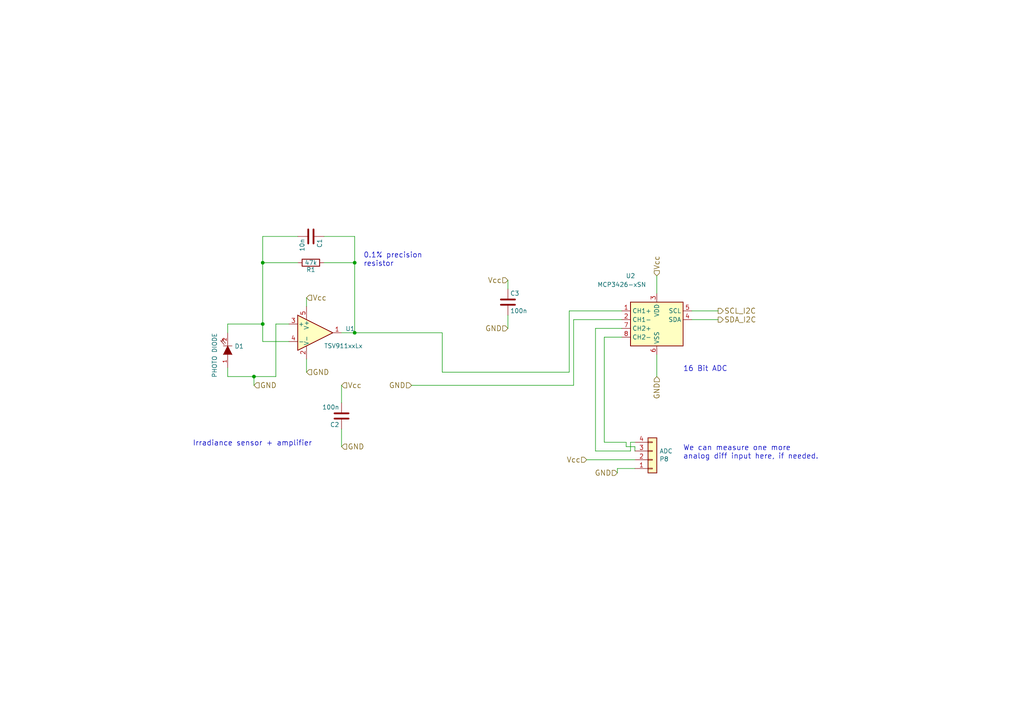
<source format=kicad_sch>
(kicad_sch (version 20250114) (generator "eeschema") (generator_version "9.0")
  (paper "A4")
  (lib_symbols
    (symbol "Amplifier_Operational:TSV911xxLx" (pin_names (offset 0.127))
      (property "Reference" "U" (at -1.27 6.35 0))
      (property "Value" "Amplifier_Operational_TSV911xxLx" (at -1.27 3.81 0))
      (symbol "TSV911xxLx_0_1"
        (polyline (pts (xy -5.08 5.08) (xy 5.08 0) (xy -5.08 -5.08) (xy -5.08 5.08)) (stroke (width 0.254)) (fill (type background)))
        (pin power_in line (at -2.54 7.62 270) (length 3.81) (name "V+") (number "5"))
        (pin power_in line (at -2.54 -7.62 90) (length 3.81) (name "V-") (number "2"))
      )
      (symbol "TSV911xxLx_1_1"
        (pin input line (at -7.62 2.54 0) (length 2.54) (name "+") (number "3"))
        (pin input line (at -7.62 -2.54 0) (length 2.54) (name "-") (number "4"))
        (pin output line (at 7.62 0 180) (length 2.54) (name "~") (number "1"))
      )
    )
    (symbol "Analog_ADC:MCP3426-xSN"
      (property "Reference" "U" (at -3.81 8.89 0))
      (property "Value" "Analog_ADC_MCP3426-xSN" (at 2.54 8.89 0))
      (symbol "MCP3426-xSN_0_1"
        (rectangle (start -7.62 7.62) (end 7.62 -5.08) (stroke (width 0.254)) (fill (type background)))
      )
      (symbol "MCP3426-xSN_1_1"
        (pin input line (at -10.16 5.08 0) (length 2.54) (name "CH1+") (number "1"))
        (pin input line (at -10.16 2.54 0) (length 2.54) (name "CH1-") (number "2"))
        (pin input line (at -10.16 0 0) (length 2.54) (name "CH2+") (number "7"))
        (pin input line (at -10.16 -2.54 0) (length 2.54) (name "CH2-") (number "8"))
        (pin power_in line (at 0 10.16 270) (length 2.54) (name "VDD") (number "3"))
        (pin power_in line (at 0 -7.62 90) (length 2.54) (name "VSS") (number "6"))
        (pin input line (at 10.16 5.08 180) (length 2.54) (name "SCL") (number "5"))
        (pin bidirectional line (at 10.16 2.54 180) (length 2.54) (name "SDA") (number "4"))
      )
    )
    (symbol "Connector_Generic:Conn_01x04" (pin_names (offset 1.016) (hide yes))
      (property "Reference" "J" (at 0 5.08 0))
      (property "Value" "Conn_01x04" (at 0 -7.62 0))
      (symbol "Conn_01x04_1_1"
        (rectangle (start -1.27 3.81) (end 1.27 -6.35) (stroke (width 0.254)) (fill (type background)))
        (rectangle (start -1.27 2.667) (end 0 2.413) (stroke (width 0.1524)))
        (rectangle (start -1.27 0.127) (end 0 -0.127) (stroke (width 0.1524)))
        (rectangle (start -1.27 -2.413) (end 0 -2.667) (stroke (width 0.1524)))
        (rectangle (start -1.27 -4.953) (end 0 -5.207) (stroke (width 0.1524)))
        (pin passive line (at -5.08 2.54 0) (length 3.81) (name "Pin_1") (number "1"))
        (pin passive line (at -5.08 0 0) (length 3.81) (name "Pin_2") (number "2"))
        (pin passive line (at -5.08 -2.54 0) (length 3.81) (name "Pin_3") (number "3"))
        (pin passive line (at -5.08 -5.08 0) (length 3.81) (name "Pin_4") (number "4"))
      )
    )
    (symbol "device:C" (pin_numbers (hide yes)) (pin_names (offset 0.254))
      (property "Reference" "C" (at 0.635 2.54 0))
      (property "Value" "device_C" (at 0.635 -2.54 0))
      (symbol "C_0_1"
        (polyline (pts (xy -2.032 0.762) (xy 2.032 0.762)) (stroke (width 0.508)))
        (polyline (pts (xy -2.032 -0.762) (xy 2.032 -0.762)) (stroke (width 0.508)))
      )
      (symbol "C_1_1"
        (pin passive line (at 0 3.81 270) (length 2.794) (name "~") (number "1"))
        (pin passive line (at 0 -3.81 90) (length 2.794) (name "~") (number "2"))
      )
    )
    (symbol "device:R" (pin_numbers (hide yes)) (pin_names (offset 0))
      (property "Reference" "R" (at 2.032 0 90))
      (property "Value" "device_R" (at 0 0 90))
      (symbol "R_0_1"
        (rectangle (start -1.016 -2.54) (end 1.016 2.54) (stroke (width 0.254)))
      )
      (symbol "R_1_1"
        (pin passive line (at 0 3.81 270) (length 1.27) (name "~") (number "1"))
        (pin passive line (at 0 -3.81 90) (length 1.27) (name "~") (number "2"))
      )
    )
    (symbol "matts_components:LED" (pin_names (offset 1.016) (hide yes))
      (property "Reference" "D" (at 0 2.54 0))
      (property "Value" "LED" (at 0 -2.54 0))
      (symbol "LED_0_1"
        (polyline (pts (xy -2.032 -0.635) (xy -3.175 -1.651) (xy -3.048 -1.016)))
        (polyline (pts (xy -1.651 -1.016) (xy -2.794 -2.032) (xy -2.667 -1.397)))
        (polyline (pts (xy -1.27 1.27) (xy -1.27 -1.27)))
        (polyline (pts (xy 1.27 1.27) (xy -1.27 0) (xy 1.27 -1.27)) (fill (type outline)))
      )
      (symbol "LED_1_1"
        (pin passive line (at -5.08 0 0) (length 3.81) (name "K") (number "2"))
        (pin passive line (at 5.08 0 180) (length 3.81) (name "A") (number "1"))
      )
    )
  )
  (text "We can measure one more \nanalog diff input here, if needed." (at 198.12 133.35 0) (effects (font (size 1.524 1.524)) (justify left bottom)))
  (text "0.1% precision \nresistor" (at 105.41 77.47 0) (effects (font (size 1.524 1.524)) (justify left bottom)))
  (text "16 Bit ADC" (at 198.12 107.95 0) (effects (font (size 1.524 1.524)) (justify left bottom)))
  (text "Irradiance sensor + amplifier" (at 55.88 129.54 0) (effects (font (size 1.524 1.524)) (justify left bottom)))
  (junction (at 102.87 96.52))
  (junction (at 76.2 93.98))
  (junction (at 76.2 76.2))
  (junction (at 102.87 76.2))
  (junction (at 73.66 109.22))
  (wire (pts (xy 181.61 129.54) (xy 184.15 129.54)))
  (wire (pts (xy 180.34 97.79) (xy 175.26 97.79)))
  (wire (pts (xy 66.04 96.52) (xy 66.04 93.98)))
  (wire (pts (xy 147.32 91.44) (xy 147.32 95.25)))
  (wire (pts (xy 66.04 109.22) (xy 66.04 106.68)))
  (wire (pts (xy 200.66 90.17) (xy 208.28 90.17)))
  (wire (pts (xy 76.2 76.2) (xy 86.36 76.2)))
  (wire (pts (xy 182.88 130.81) (xy 182.88 128.27)))
  (wire (pts (xy 93.98 76.2) (xy 102.87 76.2)))
  (wire (pts (xy 102.87 96.52) (xy 128.27 96.52)))
  (wire (pts (xy 86.36 68.58) (xy 76.2 68.58)))
  (wire (pts (xy 182.88 128.27) (xy 184.15 128.27)))
  (wire (pts (xy 102.87 96.52) (xy 99.06 96.52)))
  (wire (pts (xy 190.5 109.22) (xy 190.5 102.87)))
  (wire (pts (xy 190.5 85.09) (xy 190.5 80.01)))
  (wire (pts (xy 179.07 135.89) (xy 179.07 137.16)))
  (wire (pts (xy 128.27 96.52) (xy 128.27 107.95)))
  (wire (pts (xy 180.34 95.25) (xy 172.72 95.25)))
  (wire (pts (xy 66.04 109.22) (xy 73.66 109.22)))
  (wire (pts (xy 80.01 109.22) (xy 73.66 109.22)))
  (wire (pts (xy 102.87 76.2) (xy 102.87 96.52)))
  (wire (pts (xy 88.9 107.95) (xy 88.9 104.14)))
  (wire (pts (xy 76.2 99.06) (xy 83.82 99.06)))
  (wire (pts (xy 172.72 130.81) (xy 182.88 130.81)))
  (wire (pts (xy 165.1 90.17) (xy 165.1 107.95)))
  (wire (pts (xy 99.06 116.84) (xy 99.06 111.76)))
  (wire (pts (xy 166.37 92.71) (xy 166.37 111.76)))
  (wire (pts (xy 175.26 97.79) (xy 175.26 128.27)))
  (wire (pts (xy 200.66 92.71) (xy 208.28 92.71)))
  (wire (pts (xy 128.27 107.95) (xy 165.1 107.95)))
  (wire (pts (xy 180.34 90.17) (xy 165.1 90.17)))
  (wire (pts (xy 99.06 124.46) (xy 99.06 129.54)))
  (wire (pts (xy 172.72 95.25) (xy 172.72 130.81)))
  (wire (pts (xy 88.9 88.9) (xy 88.9 86.36)))
  (wire (pts (xy 180.34 92.71) (xy 166.37 92.71)))
  (wire (pts (xy 76.2 93.98) (xy 76.2 99.06)))
  (wire (pts (xy 170.18 133.35) (xy 184.15 133.35)))
  (wire (pts (xy 93.98 68.58) (xy 102.87 68.58)))
  (wire (pts (xy 181.61 128.27) (xy 181.61 129.54)))
  (wire (pts (xy 147.32 81.28) (xy 147.32 83.82)))
  (wire (pts (xy 80.01 93.98) (xy 80.01 109.22)))
  (wire (pts (xy 66.04 93.98) (xy 76.2 93.98)))
  (wire (pts (xy 179.07 135.89) (xy 184.15 135.89)))
  (wire (pts (xy 83.82 93.98) (xy 80.01 93.98)))
  (wire (pts (xy 181.61 128.27) (xy 175.26 128.27)))
  (wire (pts (xy 76.2 68.58) (xy 76.2 76.2)))
  (wire (pts (xy 102.87 68.58) (xy 102.87 76.2)))
  (wire (pts (xy 119.38 111.76) (xy 166.37 111.76)))
  (wire (pts (xy 76.2 93.98) (xy 76.2 76.2)))
  (wire (pts (xy 73.66 111.76) (xy 73.66 109.22)))
  (wire (pts (xy 184.15 129.54) (xy 184.15 130.81)))
  (hierarchical_label "SCL_I2C" (shape output) (at 208.28 90.17 0) (effects (font (size 1.524 1.524))))
  (hierarchical_label "GND" (shape input) (at 99.06 129.54 0) (effects (font (size 1.524 1.524))))
  (hierarchical_label "GND" (shape input) (at 147.32 95.25 180) (effects (font (size 1.524 1.524))))
  (hierarchical_label "Vcc" (shape input) (at 190.5 80.01 90) (effects (font (size 1.524 1.524))))
  (hierarchical_label "Vcc" (shape input) (at 88.9 86.36 0) (effects (font (size 1.524 1.524))))
  (hierarchical_label "GND" (shape input) (at 179.07 137.16 180) (effects (font (size 1.524 1.524))))
  (hierarchical_label "GND" (shape input) (at 73.66 111.76 0) (effects (font (size 1.524 1.524))))
  (hierarchical_label "GND" (shape input) (at 88.9 107.95 0) (effects (font (size 1.524 1.524))))
  (hierarchical_label "SDA_I2C" (shape output) (at 208.28 92.71 0) (effects (font (size 1.524 1.524))))
  (hierarchical_label "Vcc" (shape input) (at 147.32 81.28 180) (effects (font (size 1.524 1.524))))
  (hierarchical_label "GND" (shape input) (at 119.38 111.76 180) (effects (font (size 1.524 1.524))))
  (hierarchical_label "Vcc" (shape input) (at 99.06 111.76 0) (effects (font (size 1.524 1.524))))
  (hierarchical_label "GND" (shape input) (at 190.5 109.22 270) (effects (font (size 1.524 1.524))))
  (hierarchical_label "Vcc" (shape input) (at 170.18 133.35 180) (effects (font (size 1.524 1.524))))
  (symbol (lib_id "Analog_ADC:MCP3426-xSN") (at 190.5 95.25 0) (unit 1)
    (property "Reference" "U2" (at 182.88 80.01 0))
    (property "Value" "MCP3426-xSN" (at 180.34 82.55 0))
    (property "Footprint" "REInnovationFootprint:SM_SOIC_8" (effects (hide yes)))
    (property "Datasheet" "http://ww1.microchip.com/downloads/en/DeviceDoc/22226a.pdf" (effects (hide yes)))
    (property "Supplier 1" "RS" (effects (hide yes)))
    (property "Supplier 1 Code" "703-7958" (effects (hide yes)))
    (property "Supplier 1 Web" "https://uk.rs-online.com/web/p/analogue-to-digital-converters/7037958/" (effects (hide yes)))
    (property "Supplier 1 Cost" "2.51" (effects (hide yes)))
  )
  (symbol (lib_id "device:R") (at 90.17 76.2 270) (unit 1)
    (property "Reference" "R1" (at 90.17 78.232 90))
    (property "Value" "47k" (at 90.17 76.2 90))
    (property "Footprint" "REInnovationFootprint:SM0805" (effects (hide yes)))
    (property "LCSC" "C17713" (effects (hide yes)))
    (property "JLCPCB Add" "Y" (effects (hide yes)))
    (property "JLCPCB Cost" "0.0040" (effects (hide yes)))
  )
  (symbol (lib_id "device:C") (at 90.17 68.58 270) (unit 1)
    (property "Reference" "C1" (at 92.71 69.215 0) (effects (justify left)))
    (property "Value" "10n" (at 87.63 69.215 0) (effects (justify left)))
    (property "Footprint" "REInnovationFootprint:SM_C_0805" (effects (hide yes)))
    (property "LCSC" "C107135" (effects (hide yes)))
    (property "JLCPCB Add" "Y" (effects (hide yes)))
    (property "JLCPCB Cost" "0.0105" (effects (hide yes)))
  )
  (symbol (lib_id "device:C") (at 147.32 87.63 0) (unit 1)
    (property "Reference" "C3" (at 147.955 85.09 0) (effects (justify left)))
    (property "Value" "100n" (at 147.955 90.17 0) (effects (justify left)))
    (property "Footprint" "REInnovationFootprint:SM_C_0805" (effects (hide yes)))
    (property "LCSC" "C49678" (effects (hide yes)))
    (property "JLCPCB Add" "Y" (effects (hide yes)))
    (property "JLCPCB Cost" "0.0108" (effects (hide yes)))
  )
  (symbol (lib_id "device:C") (at 99.06 120.65 180) (unit 1)
    (property "Reference" "C2" (at 98.425 123.19 0) (effects (justify left)))
    (property "Value" "100n" (at 98.425 118.11 0) (effects (justify left)))
    (property "Footprint" "REInnovationFootprint:SM_C_0805" (effects (hide yes)))
    (property "LCSC" "C49678" (effects (hide yes)))
    (property "JLCPCB Add" "Y" (effects (hide yes)))
    (property "JLCPCB Cost" "0.0108" (effects (hide yes)))
  )
  (symbol (lib_id "Amplifier_Operational:TSV911xxLx") (at 91.44 96.52 0) (unit 1)
    (property "Reference" "U1" (at 100.1776 95.3516 0) (effects (justify left)))
    (property "Value" "TSV911xxLx" (at 93.98 100.33 0) (effects (justify left)))
    (property "Footprint" "REInnovationFootprint:SM_SOT-23-5" (effects (hide yes)))
    (property "Datasheet" "www.st.com/resource/en/datasheet/tsv911.pdf" (effects (hide yes)))
    (property "LCSC" "C361052" (effects (hide yes)))
    (property "JLCPCB Add" "Y" (effects (hide yes)))
    (property "JLCPCB Cost" "0.4576" (effects (hide yes)))
  )
  (symbol (lib_id "Connector_Generic:Conn_01x04") (at 189.23 133.35 0) (mirror x) (unit 1)
    (property "Reference" "P8" (at 191.262 133.1468 0) (effects (justify left)))
    (property "Value" "ADC" (at 191.262 130.8354 0) (effects (justify left)))
    (property "Footprint" "REInnovationFootprint:SIL-4_large_pad" (effects (hide yes)))
  )
  (symbol (lib_id "matts_components:LED") (at 66.04 101.6 270) (unit 1)
    (property "Reference" "D1" (at 68.0212 100.4316 90) (effects (justify left)))
    (property "Value" "PHOTO DIODE" (at 62.23 96.52 0) (effects (justify left)))
    (property "Footprint" "REInnovationFootprint:LED-5MM_PHOTODIODE" (effects (hide yes)))
  )
)
</source>
